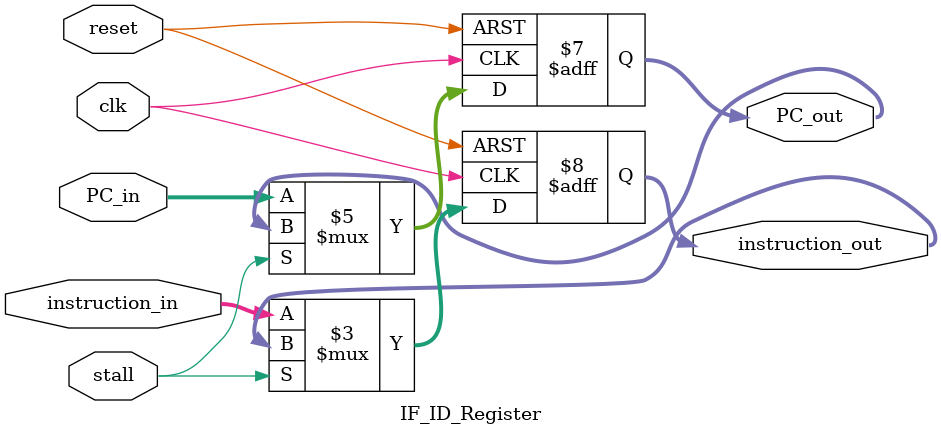
<source format=v>
`timescale 1ns / 1ps
module IF_ID_Register (
    input wire clk,                // Clock input
    input wire reset,              // Reset signal
    input wire stall,              // Stall signal (for hazard handling)
    input wire [31:0] PC_in,       // Program counter input
    input wire [31:0] instruction_in, // Instruction input
    output reg [31:0] PC_out,      // Program counter output
    output reg [31:0] instruction_out // Instruction output
);

    always @(posedge clk or posedge reset) begin
        if (reset) begin
            PC_out <= 32'b0;
            instruction_out <= 32'b0;
        end
        else if (!stall) begin
            PC_out <= PC_in;
            instruction_out <= instruction_in;
        end
    end

endmodule

</source>
